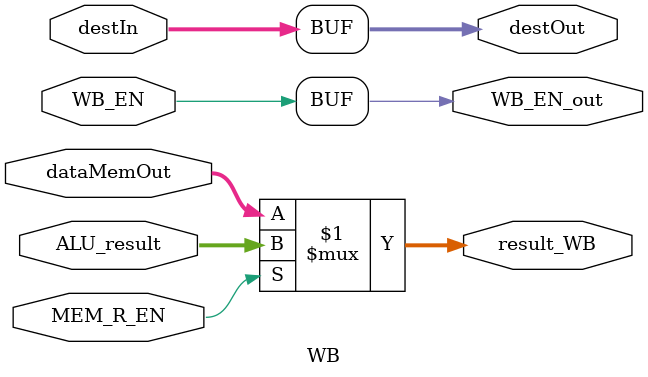
<source format=v>
module WB(
			input WB_EN,MEM_R_EN,
			input [4:0] destIn,
			input [31:0] dataMemOut,ALU_result,
			
			output WB_EN_out,
			output [4:0] destOut,
			output [31:0] result_WB	
		);
		
	assign result_WB = MEM_R_EN ? ALU_result : dataMemOut ;
	assign destOut = destIn;
	assign WB_EN_out = WB_EN;
	
endmodule
</source>
